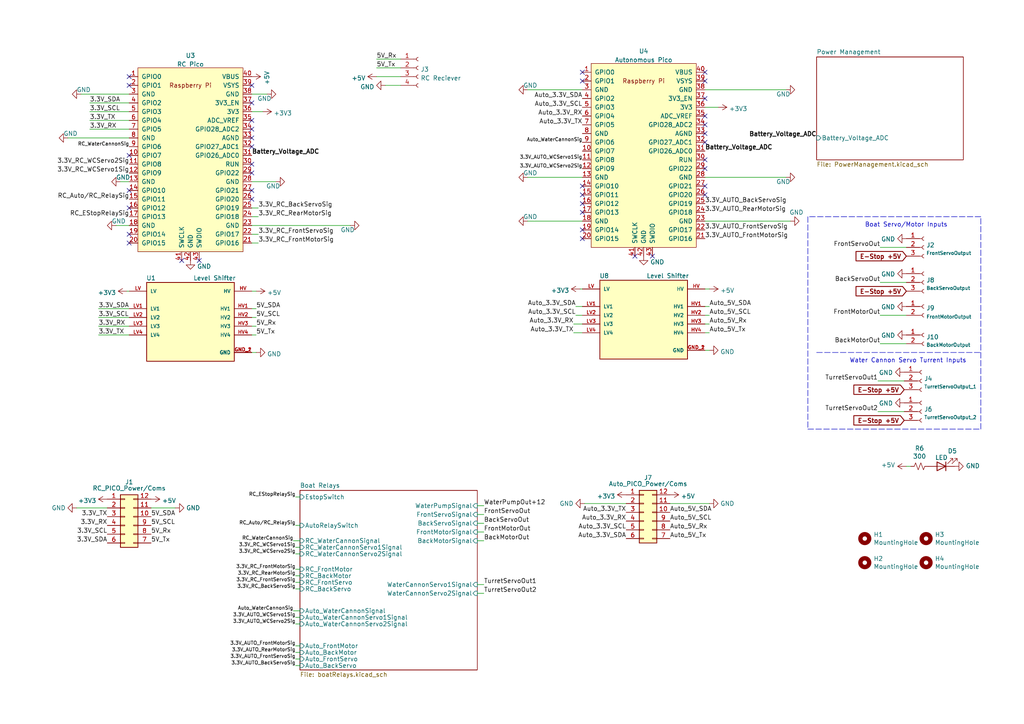
<source format=kicad_sch>
(kicad_sch (version 20211123) (generator eeschema)
  (paper "A4")
  (title_block (title "Dylanduino ATmega328P Linear Actuator Controller") (date "2022-05-30"))
  (lib_symbols
    (symbol "BOB-12009:BOB-12009" (pin_names (offset 1.016))
      (property "Reference" "U" (at -12.7 11.43 0))
      (property "Value" "BOB-12009" (at -12.7 -15.24 0))
      (symbol "BOB-12009_0_0"
        (rectangle (start -12.7 -12.7) (end 12.7 10.16) (stroke (width 0.254)) (fill (type background)))
        (pin power_in line (at 17.78 -10.16 180) (length 5.08) (name "GND") (number "GND_1"))
        (pin power_in line (at 17.78 -10.16 180) (length 5.08) (name "GND") (number "GND_2"))
        (pin bidirectional line (at 17.78 7.62 180) (length 5.08) (name "HV") (number "HV"))
        (pin bidirectional line (at 17.78 2.54 180) (length 5.08) (name "HV1") (number "HV1"))
        (pin bidirectional line (at 17.78 0 180) (length 5.08) (name "HV2") (number "HV2"))
        (pin bidirectional line (at 17.78 -2.54 180) (length 5.08) (name "HV3") (number "HV3"))
        (pin bidirectional line (at 17.78 -5.08 180) (length 5.08) (name "HV4") (number "HV4"))
        (pin bidirectional line (at -17.78 7.62 0) (length 5.08) (name "LV") (number "LV"))
        (pin bidirectional line (at -17.78 2.54 0) (length 5.08) (name "LV1") (number "LV1"))
        (pin bidirectional line (at -17.78 0 0) (length 5.08) (name "LV2") (number "LV2"))
        (pin bidirectional line (at -17.78 -2.54 0) (length 5.08) (name "LV3") (number "LV3"))
        (pin bidirectional line (at -17.78 -5.08 0) (length 5.08) (name "LV4") (number "LV4"))
      )
    )
    (symbol "Connector:Conn_01x02_Female" (pin_names (offset 1.016) hide)
      (property "Reference" "J" (at 0 2.54 0))
      (property "Value" "Conn_01x02_Female" (at 0 -5.08 0))
      (symbol "Conn_01x02_Female_1_1"
        (arc (start 0 -2.032) (mid -0.508 -2.54) (end 0 -3.048) (stroke (width 0.1524)))
        (polyline (pts (xy -1.27 -2.54) (xy -0.508 -2.54)) (stroke (width 0.1524)))
        (polyline (pts (xy -1.27 0) (xy -0.508 0)) (stroke (width 0.1524)))
        (arc (start 0 0.508) (mid -0.508 0) (end 0 -0.508) (stroke (width 0.1524)))
        (pin passive line (at -5.08 0 0) (length 3.81) (name "Pin_1") (number "1"))
        (pin passive line (at -5.08 -2.54 0) (length 3.81) (name "Pin_2") (number "2"))
      )
    )
    (symbol "Connector:Conn_01x03_Female" (pin_names (offset 1.016) hide)
      (property "Reference" "J" (at 0 5.08 0))
      (property "Value" "Conn_01x03_Female" (at 0 -5.08 0))
      (symbol "Conn_01x03_Female_1_1"
        (arc (start 0 -2.032) (mid -0.508 -2.54) (end 0 -3.048) (stroke (width 0.1524)))
        (polyline (pts (xy -1.27 -2.54) (xy -0.508 -2.54)) (stroke (width 0.1524)))
        (polyline (pts (xy -1.27 0) (xy -0.508 0)) (stroke (width 0.1524)))
        (polyline (pts (xy -1.27 2.54) (xy -0.508 2.54)) (stroke (width 0.1524)))
        (arc (start 0 0.508) (mid -0.508 0) (end 0 -0.508) (stroke (width 0.1524)))
        (arc (start 0 3.048) (mid -0.508 2.54) (end 0 2.032) (stroke (width 0.1524)))
        (pin passive line (at -5.08 2.54 0) (length 3.81) (name "Pin_1") (number "1"))
        (pin passive line (at -5.08 0 0) (length 3.81) (name "Pin_2") (number "2"))
        (pin passive line (at -5.08 -2.54 0) (length 3.81) (name "Pin_3") (number "3"))
      )
    )
    (symbol "Connector:Conn_01x04_Female" (pin_names (offset 1.016) hide)
      (property "Reference" "J" (at 0 5.08 0))
      (property "Value" "Conn_01x04_Female" (at 0 -7.62 0))
      (symbol "Conn_01x04_Female_1_1"
        (arc (start 0 -4.572) (mid -0.508 -5.08) (end 0 -5.588) (stroke (width 0.1524)))
        (arc (start 0 -2.032) (mid -0.508 -2.54) (end 0 -3.048) (stroke (width 0.1524)))
        (polyline (pts (xy -1.27 -5.08) (xy -0.508 -5.08)) (stroke (width 0.1524)))
        (polyline (pts (xy -1.27 -2.54) (xy -0.508 -2.54)) (stroke (width 0.1524)))
        (polyline (pts (xy -1.27 0) (xy -0.508 0)) (stroke (width 0.1524)))
        (polyline (pts (xy -1.27 2.54) (xy -0.508 2.54)) (stroke (width 0.1524)))
        (arc (start 0 0.508) (mid -0.508 0) (end 0 -0.508) (stroke (width 0.1524)))
        (arc (start 0 3.048) (mid -0.508 2.54) (end 0 2.032) (stroke (width 0.1524)))
        (pin passive line (at -5.08 2.54 0) (length 3.81) (name "Pin_1") (number "1"))
        (pin passive line (at -5.08 0 0) (length 3.81) (name "Pin_2") (number "2"))
        (pin passive line (at -5.08 -2.54 0) (length 3.81) (name "Pin_3") (number "3"))
        (pin passive line (at -5.08 -5.08 0) (length 3.81) (name "Pin_4") (number "4"))
      )
    )
    (symbol "Connector_Generic:Conn_02x06_Counter_Clockwise" (pin_names (offset 1.016) hide)
      (property "Reference" "J" (at 1.27 7.62 0))
      (property "Value" "Conn_02x06_Counter_Clockwise" (at 1.27 -10.16 0))
      (symbol "Conn_02x06_Counter_Clockwise_1_1"
        (rectangle (start -1.27 -7.493) (end 0 -7.747) (stroke (width 0.1524)))
        (rectangle (start -1.27 -4.953) (end 0 -5.207) (stroke (width 0.1524)))
        (rectangle (start -1.27 -2.413) (end 0 -2.667) (stroke (width 0.1524)))
        (rectangle (start -1.27 0.127) (end 0 -0.127) (stroke (width 0.1524)))
        (rectangle (start -1.27 2.667) (end 0 2.413) (stroke (width 0.1524)))
        (rectangle (start -1.27 5.207) (end 0 4.953) (stroke (width 0.1524)))
        (rectangle (start -1.27 6.35) (end 3.81 -8.89) (stroke (width 0.254)) (fill (type background)))
        (rectangle (start 3.81 -7.493) (end 2.54 -7.747) (stroke (width 0.1524)))
        (rectangle (start 3.81 -4.953) (end 2.54 -5.207) (stroke (width 0.1524)))
        (rectangle (start 3.81 -2.413) (end 2.54 -2.667) (stroke (width 0.1524)))
        (rectangle (start 3.81 0.127) (end 2.54 -0.127) (stroke (width 0.1524)))
        (rectangle (start 3.81 2.667) (end 2.54 2.413) (stroke (width 0.1524)))
        (rectangle (start 3.81 5.207) (end 2.54 4.953) (stroke (width 0.1524)))
        (pin passive line (at -5.08 5.08 0) (length 3.81) (name "Pin_1") (number "1"))
        (pin passive line (at 7.62 0 180) (length 3.81) (name "Pin_10") (number "10"))
        (pin passive line (at 7.62 2.54 180) (length 3.81) (name "Pin_11") (number "11"))
        (pin passive line (at 7.62 5.08 180) (length 3.81) (name "Pin_12") (number "12"))
        (pin passive line (at -5.08 2.54 0) (length 3.81) (name "Pin_2") (number "2"))
        (pin passive line (at -5.08 0 0) (length 3.81) (name "Pin_3") (number "3"))
        (pin passive line (at -5.08 -2.54 0) (length 3.81) (name "Pin_4") (number "4"))
        (pin passive line (at -5.08 -5.08 0) (length 3.81) (name "Pin_5") (number "5"))
        (pin passive line (at -5.08 -7.62 0) (length 3.81) (name "Pin_6") (number "6"))
        (pin passive line (at 7.62 -7.62 180) (length 3.81) (name "Pin_7") (number "7"))
        (pin passive line (at 7.62 -5.08 180) (length 3.81) (name "Pin_8") (number "8"))
        (pin passive line (at 7.62 -2.54 180) (length 3.81) (name "Pin_9") (number "9"))
      )
    )
    (symbol "Device:LED" (pin_numbers hide) (pin_names (offset 1.016) hide)
      (property "Reference" "D" (at 0 2.54 0))
      (property "Value" "LED" (at 0 -2.54 0))
      (symbol "LED_0_1"
        (polyline (pts (xy -1.27 -1.27) (xy -1.27 1.27)) (stroke (width 0.254)))
        (polyline (pts (xy -1.27 0) (xy 1.27 0)))
        (polyline (pts (xy 1.27 -1.27) (xy 1.27 1.27) (xy -1.27 0) (xy 1.27 -1.27)) (stroke (width 0.254)))
        (polyline (pts (xy -3.048 -0.762) (xy -4.572 -2.286) (xy -3.81 -2.286) (xy -4.572 -2.286) (xy -4.572 -1.524)))
        (polyline (pts (xy -1.778 -0.762) (xy -3.302 -2.286) (xy -2.54 -2.286) (xy -3.302 -2.286) (xy -3.302 -1.524)))
      )
      (symbol "LED_1_1"
        (pin passive line (at -3.81 0 0) (length 2.54) (name "K") (number "1"))
        (pin passive line (at 3.81 0 180) (length 2.54) (name "A") (number "2"))
      )
    )
    (symbol "Device:R_Small_US" (pin_numbers hide) (pin_names (offset 0.254) hide)
      (property "Reference" "R" (at 0.762 0.508 0))
      (property "Value" "R_Small_US" (at 0.762 -1.016 0))
      (symbol "R_Small_US_1_1"
        (polyline (pts (xy 0 0) (xy 1.016 -0.381) (xy 0 -0.762) (xy -1.016 -1.143) (xy 0 -1.524)))
        (polyline (pts (xy 0 1.524) (xy 1.016 1.143) (xy 0 0.762) (xy -1.016 0.381) (xy 0 0)))
        (pin passive line (at 0 2.54 270) (length 1.016) (name "~") (number "1"))
        (pin passive line (at 0 -2.54 90) (length 1.016) (name "~") (number "2"))
      )
    )
    (symbol "MCU_RaspberryPi_and_Boards:Pico" (pin_names (offset 1.016))
      (property "Reference" "U" (at -13.97 27.94 0))
      (property "Value" "Pico" (at 0 19.05 0))
      (symbol "Pico_0_0"
        (text "Raspberry Pi" (at 0 21.59 0) (effects (font (size 1.27 1.27))))
      )
      (symbol "Pico_0_1"
        (rectangle (start -15.24 26.67) (end 15.24 -26.67) (fill (type background)))
      )
      (symbol "Pico_1_1"
        (pin bidirectional line (at -17.78 24.13 0) (length 2.54) (name "GPIO0") (number "1"))
        (pin bidirectional line (at -17.78 1.27 0) (length 2.54) (name "GPIO7") (number "10"))
        (pin bidirectional line (at -17.78 -1.27 0) (length 2.54) (name "GPIO8") (number "11"))
        (pin bidirectional line (at -17.78 -3.81 0) (length 2.54) (name "GPIO9") (number "12"))
        (pin power_in line (at -17.78 -6.35 0) (length 2.54) (name "GND") (number "13"))
        (pin bidirectional line (at -17.78 -8.89 0) (length 2.54) (name "GPIO10") (number "14"))
        (pin bidirectional line (at -17.78 -11.43 0) (length 2.54) (name "GPIO11") (number "15"))
        (pin bidirectional line (at -17.78 -13.97 0) (length 2.54) (name "GPIO12") (number "16"))
        (pin bidirectional line (at -17.78 -16.51 0) (length 2.54) (name "GPIO13") (number "17"))
        (pin power_in line (at -17.78 -19.05 0) (length 2.54) (name "GND") (number "18"))
        (pin bidirectional line (at -17.78 -21.59 0) (length 2.54) (name "GPIO14") (number "19"))
        (pin bidirectional line (at -17.78 21.59 0) (length 2.54) (name "GPIO1") (number "2"))
        (pin bidirectional line (at -17.78 -24.13 0) (length 2.54) (name "GPIO15") (number "20"))
        (pin bidirectional line (at 17.78 -24.13 180) (length 2.54) (name "GPIO16") (number "21"))
        (pin bidirectional line (at 17.78 -21.59 180) (length 2.54) (name "GPIO17") (number "22"))
        (pin power_in line (at 17.78 -19.05 180) (length 2.54) (name "GND") (number "23"))
        (pin bidirectional line (at 17.78 -16.51 180) (length 2.54) (name "GPIO18") (number "24"))
        (pin bidirectional line (at 17.78 -13.97 180) (length 2.54) (name "GPIO19") (number "25"))
        (pin bidirectional line (at 17.78 -11.43 180) (length 2.54) (name "GPIO20") (number "26"))
        (pin bidirectional line (at 17.78 -8.89 180) (length 2.54) (name "GPIO21") (number "27"))
        (pin power_in line (at 17.78 -6.35 180) (length 2.54) (name "GND") (number "28"))
        (pin bidirectional line (at 17.78 -3.81 180) (length 2.54) (name "GPIO22") (number "29"))
        (pin power_in line (at -17.78 19.05 0) (length 2.54) (name "GND") (number "3"))
        (pin input line (at 17.78 -1.27 180) (length 2.54) (name "RUN") (number "30"))
        (pin bidirectional line (at 17.78 1.27 180) (length 2.54) (name "GPIO26_ADC0") (number "31"))
        (pin bidirectional line (at 17.78 3.81 180) (length 2.54) (name "GPIO27_ADC1") (number "32"))
        (pin power_in line (at 17.78 6.35 180) (length 2.54) (name "AGND") (number "33"))
        (pin bidirectional line (at 17.78 8.89 180) (length 2.54) (name "GPIO28_ADC2") (number "34"))
        (pin unspecified line (at 17.78 11.43 180) (length 2.54) (name "ADC_VREF") (number "35"))
        (pin unspecified line (at 17.78 13.97 180) (length 2.54) (name "3V3") (number "36"))
        (pin input line (at 17.78 16.51 180) (length 2.54) (name "3V3_EN") (number "37"))
        (pin bidirectional line (at 17.78 19.05 180) (length 2.54) (name "GND") (number "38"))
        (pin unspecified line (at 17.78 21.59 180) (length 2.54) (name "VSYS") (number "39"))
        (pin bidirectional line (at -17.78 16.51 0) (length 2.54) (name "GPIO2") (number "4"))
        (pin unspecified line (at 17.78 24.13 180) (length 2.54) (name "VBUS") (number "40"))
        (pin input line (at -2.54 -29.21 90) (length 2.54) (name "SWCLK") (number "41"))
        (pin power_in line (at 0 -29.21 90) (length 2.54) (name "GND") (number "42"))
        (pin bidirectional line (at 2.54 -29.21 90) (length 2.54) (name "SWDIO") (number "43"))
        (pin bidirectional line (at -17.78 13.97 0) (length 2.54) (name "GPIO3") (number "5"))
        (pin bidirectional line (at -17.78 11.43 0) (length 2.54) (name "GPIO4") (number "6"))
        (pin bidirectional line (at -17.78 8.89 0) (length 2.54) (name "GPIO5") (number "7"))
        (pin power_in line (at -17.78 6.35 0) (length 2.54) (name "GND") (number "8"))
        (pin bidirectional line (at -17.78 3.81 0) (length 2.54) (name "GPIO6") (number "9"))
      )
    )
    (symbol "Mechanical:MountingHole" (pin_names (offset 1.016))
      (property "Reference" "H" (at 0 5.08 0))
      (property "Value" "MountingHole" (at 0 3.175 0))
      (symbol "MountingHole_0_1"
        (circle (center 0 0) (radius 1.27) (stroke (width 1.27)))
      )
    )
    (symbol "power:+3.3V" (power) (pin_names (offset 0))
      (property "Value" "+3.3V" (at 0 3.556 0))
      (symbol "+3.3V_0_1"
        (polyline (pts (xy -0.762 1.27) (xy 0 2.54)))
        (polyline (pts (xy 0 0) (xy 0 2.54)))
        (polyline (pts (xy 0 2.54) (xy 0.762 1.27)))
      )
      (symbol "+3.3V_1_1"
        (pin power_in line (at 0 0 90) (length 0) hide (name "+3V3") (number "1"))
      )
    )
    (symbol "power:+5V" (power) (pin_names (offset 0))
      (property "Value" "+5V" (at 0 3.556 0))
      (symbol "+5V_0_1"
        (polyline (pts (xy -0.762 1.27) (xy 0 2.54)))
        (polyline (pts (xy 0 0) (xy 0 2.54)))
        (polyline (pts (xy 0 2.54) (xy 0.762 1.27)))
      )
      (symbol "+5V_1_1"
        (pin power_in line (at 0 0 90) (length 0) hide (name "+5V") (number "1"))
      )
    )
    (symbol "power:GND" (power) (pin_names (offset 0))
      (property "Value" "GND" (at 0 -3.81 0))
      (symbol "GND_0_1"
        (polyline (pts (xy 0 0) (xy 0 -1.27) (xy 1.27 -1.27) (xy 0 -2.54) (xy -1.27 -1.27) (xy 0 -1.27)))
      )
      (symbol "GND_1_1"
        (pin power_in line (at 0 0 270) (length 0) hide (name "GND") (number "1"))
      )
    )
  )
  (no_connect (at 168.91 53.975))
  (no_connect (at 168.91 56.515))
  (no_connect (at 168.91 59.055))
  (no_connect (at 168.91 61.595))
  (no_connect (at 168.91 66.675))
  (no_connect (at 184.15 74.295))
  (no_connect (at 189.23 74.295))
  (no_connect (at 204.47 28.575))
  (no_connect (at 204.47 33.655))
  (no_connect (at 204.47 36.195))
  (no_connect (at 168.91 20.955))
  (no_connect (at 168.91 23.495))
  (no_connect (at 204.47 20.955))
  (no_connect (at 168.91 69.215))
  (no_connect (at 204.47 23.495))
  (no_connect (at 204.47 46.355))
  (no_connect (at 204.47 48.895))
  (no_connect (at 204.47 53.975))
  (no_connect (at 204.47 56.515))
  (no_connect (at 204.47 38.735))
  (no_connect (at 204.47 41.275))
  (no_connect (at 37.465 67.945))
  (no_connect (at 37.465 70.485))
  (no_connect (at 52.705 75.565))
  (no_connect (at 57.785 75.565))
  (no_connect (at 37.465 45.085))
  (no_connect (at 37.465 22.225))
  (no_connect (at 37.465 24.765))
  (no_connect (at 37.465 55.245))
  (no_connect (at 37.465 60.325))
  (no_connect (at 73.025 55.245))
  (no_connect (at 73.025 57.785))
  (no_connect (at 73.025 50.165))
  (no_connect (at 73.025 47.625))
  (no_connect (at 73.025 29.845))
  (no_connect (at 73.025 24.765))
  (no_connect (at 73.025 34.925))
  (no_connect (at 73.025 40.005))
  (no_connect (at 73.025 37.465))
  (no_connect (at 73.025 42.545))
  (wire (pts (xy 28.575 94.615) (xy 37.465 94.615)))
  (wire (pts (xy 73.025 52.705) (xy 80.01 52.705)))
  (wire (pts (xy 204.47 64.135) (xy 229.235 64.135)))
  (wire (pts (xy 33.655 65.405) (xy 37.465 65.405)))
  (polyline (pts (xy 284.48 62.865) (xy 234.315 62.865)))
  (wire (pts (xy 85.09 177.165) (xy 86.995 177.165)))
  (wire (pts (xy 85.725 179.07) (xy 86.995 179.07)))
  (wire (pts (xy 153.035 26.035) (xy 168.91 26.035)))
  (wire (pts (xy 19.685 40.005) (xy 37.465 40.005)))
  (wire (pts (xy 204.47 31.115) (xy 208.28 31.115)))
  (wire (pts (xy 23.495 27.305) (xy 37.465 27.305)))
  (wire (pts (xy 73.025 67.945) (xy 74.93 67.945)))
  (wire (pts (xy 166.37 96.52) (xy 168.91 96.52)))
  (wire (pts (xy 262.89 135.255) (xy 264.16 135.255)))
  (wire (pts (xy 28.575 92.075) (xy 37.465 92.075)))
  (polyline (pts (xy 234.315 124.46) (xy 284.48 124.46)))
  (wire (pts (xy 73.025 70.485) (xy 74.93 70.485)))
  (wire (pts (xy 85.725 160.655) (xy 86.995 160.655)))
  (wire (pts (xy 85.725 187.325) (xy 86.995 187.325)))
  (wire (pts (xy 138.43 151.765) (xy 140.335 151.765)))
  (wire (pts (xy 138.43 146.685) (xy 140.335 146.685)))
  (wire (pts (xy 85.725 170.815) (xy 86.995 170.815)))
  (wire (pts (xy 73.025 89.535) (xy 74.295 89.535)))
  (wire (pts (xy 109.22 17.145) (xy 116.205 17.145)))
  (wire (pts (xy 205.74 146.05) (xy 194.31 146.05)))
  (wire (pts (xy 36.83 84.455) (xy 37.465 84.455)))
  (wire (pts (xy 26.035 29.845) (xy 37.465 29.845)))
  (wire (pts (xy 138.43 149.225) (xy 140.335 149.225)))
  (wire (pts (xy 73.025 27.305) (xy 77.47 27.305)))
  (wire (pts (xy 73.025 60.325) (xy 74.93 60.325)))
  (wire (pts (xy 85.725 180.975) (xy 86.995 180.975)))
  (wire (pts (xy 204.47 101.6) (xy 205.74 101.6)))
  (wire (pts (xy 85.725 158.75) (xy 86.995 158.75)))
  (wire (pts (xy 204.47 96.52) (xy 205.74 96.52)))
  (wire (pts (xy 22.225 147.32) (xy 31.115 147.32)))
  (wire (pts (xy 153.035 64.135) (xy 168.91 64.135)))
  (wire (pts (xy 138.43 156.845) (xy 140.335 156.845)))
  (polyline (pts (xy 236.855 102.235) (xy 284.48 102.235)))
  (wire (pts (xy 255.27 91.44) (xy 262.89 91.44)))
  (wire (pts (xy 109.22 19.685) (xy 116.205 19.685)))
  (wire (pts (xy 109.22 22.225) (xy 116.205 22.225)))
  (wire (pts (xy 255.27 99.695) (xy 262.89 99.695)))
  (wire (pts (xy 85.725 189.23) (xy 86.995 189.23)))
  (wire (pts (xy 204.47 51.435) (xy 227.965 51.435)))
  (wire (pts (xy 255.27 81.915) (xy 262.89 81.915)))
  (wire (pts (xy 85.09 156.845) (xy 86.995 156.845)))
  (wire (pts (xy 138.43 169.545) (xy 140.335 169.545)))
  (wire (pts (xy 111.76 24.765) (xy 116.205 24.765)))
  (wire (pts (xy 26.035 32.385) (xy 37.465 32.385)))
  (wire (pts (xy 73.025 94.615) (xy 74.295 94.615)))
  (wire (pts (xy 34.925 52.705) (xy 37.465 52.705)))
  (wire (pts (xy 254.635 110.49) (xy 262.255 110.49)))
  (wire (pts (xy 204.47 83.82) (xy 205.74 83.82)))
  (wire (pts (xy 50.8 147.32) (xy 43.815 147.32)))
  (wire (pts (xy 85.725 144.145) (xy 86.995 144.145)))
  (wire (pts (xy 26.035 34.925) (xy 37.465 34.925)))
  (wire (pts (xy 153.035 51.435) (xy 168.91 51.435)))
  (wire (pts (xy 85.725 168.91) (xy 86.995 168.91)))
  (wire (pts (xy 28.575 89.535) (xy 37.465 89.535)))
  (wire (pts (xy 85.725 165.1) (xy 86.995 165.1)))
  (wire (pts (xy 138.43 172.085) (xy 140.335 172.085)))
  (wire (pts (xy 255.27 71.755) (xy 262.89 71.755)))
  (polyline (pts (xy 234.315 62.865) (xy 234.315 124.46)))
  (wire (pts (xy 138.43 154.305) (xy 140.335 154.305)))
  (wire (pts (xy 167.005 91.44) (xy 168.91 91.44)))
  (wire (pts (xy 85.725 193.04) (xy 86.995 193.04)))
  (wire (pts (xy 73.025 97.155) (xy 74.295 97.155)))
  (wire (pts (xy 73.025 84.455) (xy 74.295 84.455)))
  (wire (pts (xy 85.725 152.4) (xy 86.995 152.4)))
  (wire (pts (xy 73.025 65.405) (xy 101.6 65.405)))
  (wire (pts (xy 204.47 91.44) (xy 205.74 91.44)))
  (wire (pts (xy 169.545 146.05) (xy 181.61 146.05)))
  (wire (pts (xy 73.025 92.075) (xy 74.295 92.075)))
  (wire (pts (xy 167.005 88.9) (xy 168.91 88.9)))
  (wire (pts (xy 73.025 32.385) (xy 76.2 32.385)))
  (wire (pts (xy 28.575 97.155) (xy 37.465 97.155)))
  (wire (pts (xy 204.47 88.9) (xy 205.74 88.9)))
  (wire (pts (xy 254.635 119.38) (xy 262.255 119.38)))
  (wire (pts (xy 204.47 93.98) (xy 205.74 93.98)))
  (wire (pts (xy 166.37 93.98) (xy 168.91 93.98)))
  (wire (pts (xy 26.035 37.465) (xy 37.465 37.465)))
  (wire (pts (xy 168.275 83.82) (xy 168.91 83.82)))
  (wire (pts (xy 85.725 167.005) (xy 86.995 167.005)))
  (wire (pts (xy 85.725 191.135) (xy 86.995 191.135)))
  (wire (pts (xy 73.025 62.865) (xy 74.93 62.865)))
  (polyline (pts (xy 284.48 124.46) (xy 284.48 62.865)))
  (wire (pts (xy 73.025 102.235) (xy 74.295 102.235)))
  (wire (pts (xy 204.47 26.035) (xy 227.965 26.035)))
  (text "Need To add XT 60 for \n	- Xavier\n	- Router\n	" (at 302.895 11.43 0) (effects (font (size 1.27 1.27)) (justify left bottom)))
  (text "Add Voltage Dividor Circuit to read battery Voltage." (at 299.72 73.66 0) (effects (font (size 1.27 1.27)) (justify left bottom)))
  (text "Need to figure out best way to wire up Physical E-Stop Button,\nwhat type of connector to the board?" (at 299.72 31.75 0) (effects (font (size 1.27 1.27)) (justify left bottom)))
  (text "Boat Servo/Motor Inputs" (at 250.825 66.04 0) (effects (font (size 1.27 1.27)) (justify left bottom)))
  (text "What type of connector\nshould the water pump\nplug into the board as?" (at 299.72 59.055 0) (effects (font (size 1.27 1.27)) (justify left bottom)))
  (text "Water Cannon Servo Turrent Inputs" (at 246.38 105.41 0) (effects (font (size 1.27 1.27)) (justify left bottom)))
  (text "Add 5V Reg after E-Stop Switch\nNeed to power Servos from there \nso it will be E-Stopped and not \nalways powered." (at 299.72 86.36 0) (effects (font (size 1.27 1.27)) (justify left bottom)))
  (label "3.3V_TX" (at 26.035 34.925 0))
  (label "TurretServoOut1" (at 254.635 110.49 180))
  (label "Auto_3.3V_SCL" (at 167.005 91.44 180))
  (label "TurretServoOut2" (at 254.635 119.38 180))
  (label "Auto_3.3V_RX" (at 168.91 33.655 180))
  (label "5V_SDA" (at 43.815 149.86 0))
  (label "Auto_3.3V_RX" (at 166.37 93.98 180))
  (label "3.3V_SDA" (at 26.035 29.845 0))
  (label "3.3V_RX" (at 28.575 94.615 0))
  (label "FrontServoOut" (at 255.27 71.755 180))
  (label "3.3V_RX" (at 26.035 37.465 0))
  (label "3.3V_AUTO_FrontServoSig" (at 85.725 191.135 180) (effects (font (size 1 1))))
  (label "3.3V_RC_FrontMotorSig" (at 85.725 165.1 180) (effects (font (size 1 1))))
  (label "Auto_3.3V_RX" (at 181.61 151.13 180))
  (label "RC_WaterCannonSig" (at 37.465 42.545 180) (effects (font (size 1 1))))
  (label "3.3V_AUTO_RearMotorSig" (at 85.725 189.23 180) (effects (font (size 1 1))))
  (label "3.3V_AUTO_WCServo2Sig" (at 85.725 180.975 180) (effects (font (size 1 1))))
  (label "Auto_3.3V_TX" (at 166.37 96.52 180))
  (label "3.3V_AUTO_RearMotorSig" (at 204.47 61.595 0))
  (label "3.3V_SCL" (at 26.035 32.385 0))
  (label "5V_Tx" (at 43.815 157.48 0))
  (label "Auto_3.3V_SDA" (at 181.61 156.21 180))
  (label "Battery_Voltage_ADC" (at 73.025 45.085 0) (effects (font bold)))
  (label "3.3V_AUTO_WCServo1Sig" (at 85.725 179.07 180) (effects (font (size 1 1))))
  (label "5V_SCL" (at 74.295 92.075 0))
  (label "3.3V_RC_WCServo1Sig" (at 85.725 158.75 180) (effects (font (size 1 1))))
  (label "RC_WaterCannonSig" (at 85.09 156.845 180) (effects (font (size 1 1))))
  (label "Battery_Voltage_ADC" (at 204.47 43.815 0) (effects (font bold)))
  (label "5V_Rx" (at 74.295 94.615 0))
  (label "5V_SDA" (at 74.295 89.535 0))
  (label "Auto_5V_SDA" (at 205.74 88.9 0))
  (label "5V_SCL" (at 43.815 152.4 0))
  (label "Auto_5V_SCL" (at 194.31 151.13 0))
  (label "3.3V_TX" (at 31.115 149.86 180))
  (label "Auto_3.3V_SDA" (at 168.91 28.575 180))
  (label "TurretServoOut2" (at 140.335 172.085 0))
  (label "RC_EStopRelaySig" (at 85.725 144.145 180) (effects (font (size 1 1))))
  (label "RC_Auto{slash}RC_RelaySig" (at 85.725 152.4 180) (effects (font (size 1 1))))
  (label "WaterPumpOut+12" (at 140.335 146.685 0))
  (label "3.3V_AUTO_FrontServoSig" (at 204.47 66.675 0))
  (label "3.3V_TX" (at 28.575 97.155 0))
  (label "3.3V_RC_RearMotorSig" (at 85.725 167.005 180) (effects (font (size 1 1))))
  (label "Auto_5V_Rx" (at 194.31 153.67 0))
  (label "3.3V_SDA" (at 31.115 157.48 180))
  (label "FrontMotorOut" (at 140.335 154.305 0))
  (label "3.3V_RC_WCServo1Sig" (at 37.465 50.165 180))
  (label "3.3V_AUTO_WCServo2Sig" (at 168.91 48.895 180) (effects (font (size 1 1))))
  (label "5V_Tx" (at 74.295 97.155 0))
  (label "Auto_5V_SCL" (at 205.74 91.44 0))
  (label "3.3V_RC_BackServoSig" (at 85.725 170.815 180) (effects (font (size 1 1))))
  (label "Auto_3.3V_TX" (at 168.91 36.195 180))
  (label "3.3V_RC_WCServo2Sig" (at 37.465 47.625 180))
  (label "BackMotorOut" (at 255.27 99.695 180))
  (label "BackServoOut" (at 255.27 81.915 180))
  (label "RC_EStopRelaySig" (at 37.465 62.865 180))
  (label "Auto_5V_Tx" (at 194.31 156.21 0))
  (label "Auto_5V_SDA" (at 194.31 148.59 0))
  (label "Auto_3.3V_SCL" (at 168.91 31.115 180))
  (label "Auto_5V_Tx" (at 205.74 96.52 0))
  (label "3.3V_AUTO_WCServo1Sig" (at 168.91 46.355 180) (effects (font (size 1 1))))
  (label "3.3V_AUTO_FrontMotorSig" (at 85.725 187.325 180) (effects (font (size 1 1))))
  (label "FrontServoOut" (at 140.335 149.225 0))
  (label "BackServoOut" (at 140.335 151.765 0))
  (label "5V_Rx" (at 109.22 17.145 0))
  (label "3.3V_AUTO_BackServoSig" (at 85.725 193.04 180) (effects (font (size 1 1))))
  (label "5V_Rx" (at 43.815 154.94 0))
  (label "3.3V_SCL" (at 28.575 92.075 0))
  (label "5V_Tx" (at 109.22 19.685 0))
  (label "Auto_3.3V_SCL" (at 181.61 153.67 180))
  (label "Auto_3.3V_SDA" (at 167.005 88.9 180))
  (label "3.3V_RC_WCServo2Sig" (at 85.725 160.655 180) (effects (font (size 1 1))))
  (label "BackMotorOut" (at 140.335 156.845 0))
  (label "RC_Auto{slash}RC_RelaySig" (at 37.465 57.785 180))
  (label "3.3V_AUTO_FrontMotorSig" (at 204.47 69.215 0))
  (label "Auto_3.3V_TX" (at 181.61 148.59 180))
  (label "3.3V_SCL" (at 31.115 154.94 180))
  (label "Auto_WaterCannonSig" (at 168.91 41.275 180) (effects (font (size 1 1))))
  (label "3.3V_AUTO_BackServoSig" (at 204.47 59.055 0))
  (label "3.3V_SDA" (at 28.575 89.535 0))
  (label "3.3V_RC_RearMotorSig" (at 74.93 62.865 0))
  (label "3.3V_RC_BackServoSig" (at 74.93 60.325 0))
  (label "3.3V_RC_FrontServoSig" (at 74.93 67.945 0))
  (label "Auto_WaterCannonSig" (at 85.09 177.165 180) (effects (font (size 1 1))))
  (label "FrontMotorOut" (at 255.27 91.44 180))
  (label "TurretServoOut1" (at 140.335 169.545 0))
  (label "Battery_Voltage_ADC" (at 236.855 40.005 180) (effects (font bold)))
  (label "3.3V_RX" (at 31.115 152.4 180))
  (label "3.3V_RC_FrontServoSig" (at 85.725 168.91 180) (effects (font (size 1 1))))
  (label "3.3V_RC_FrontMotorSig" (at 74.93 70.485 0))
  (label "Auto_5V_Rx" (at 205.74 93.98 0))
  (global_label "E-Stop +5V" (shape input) (at 262.255 113.03 180) (effects (font bold)) (property "Intersheet References" "${INTERSHEET_REFS}" (effects hide)))
  (global_label "E-Stop +5V" (shape input) (at 262.255 121.92 180) (effects (font bold)) (property "Intersheet References" "${INTERSHEET_REFS}" (effects hide)))
  (global_label "E-Stop +5V" (shape input) (at 262.89 74.295 180) (effects (font bold)) (property "Intersheet References" "${INTERSHEET_REFS}" (effects hide)))
  (global_label "E-Stop +5V" (shape input) (at 262.89 84.455 180) (effects (font bold)) (property "Intersheet References" "${INTERSHEET_REFS}" (effects hide)))
  (symbol (lib_id "power:GND") (at 276.86 135.255 90) (unit 1)
    (property "Reference" "#PWR0122" (effects hide))
    (property "Value" "GND" (at 280.1112 135.128 90) (effects (justify right)))
  )
  (symbol (lib_id "Device:R_Small_US") (at 266.7 135.255 270) (unit 1)
    (property "Reference" "R6" (at 266.7 130.048 90))
    (property "Value" "300" (at 266.7 132.3594 90))
    (property "Footprint" "Resistor_SMD:R_0805_2012Metric_Pad1.20x1.40mm_HandSolder" (effects hide))
  )
  (symbol (lib_id "Device:LED") (at 273.05 135.255 180) (unit 1)
    (property "Reference" "D5" (at 276.225 130.81 0))
    (property "Value" "LED" (at 273.05 132.715 0))
    (property "Footprint" "LED_SMD:LED_0402_1005Metric_Pad0.77x0.64mm_HandSolder" (effects hide))
  )
  (symbol (lib_id "power:+5V") (at 262.89 135.255 90) (unit 1)
    (property "Reference" "#PWR0123" (effects hide))
    (property "Value" "+5V" (at 259.6388 134.874 90) (effects (justify left)))
  )
  (symbol (lib_id "Mechanical:MountingHole") (at 250.825 156.21 0) (unit 1)
    (property "Reference" "H1" (at 253.365 155.0416 0) (effects (justify left)))
    (property "Value" "MountingHole" (at 253.365 157.353 0) (effects (justify left)))
    (property "Footprint" "MountingHole:MountingHole_5.3mm_M5" (effects hide))
  )
  (symbol (lib_id "Mechanical:MountingHole") (at 250.825 163.195 0) (unit 1)
    (property "Reference" "H2" (at 253.365 162.0266 0) (effects (justify left)))
    (property "Value" "MountingHole" (at 253.365 164.338 0) (effects (justify left)))
    (property "Footprint" "MountingHole:MountingHole_5.3mm_M5" (effects hide))
  )
  (symbol (lib_id "Mechanical:MountingHole") (at 268.605 163.195 0) (unit 1)
    (property "Reference" "H4" (at 271.145 162.0266 0) (effects (justify left)))
    (property "Value" "MountingHole" (at 271.145 164.338 0) (effects (justify left)))
    (property "Footprint" "MountingHole:MountingHole_5.3mm_M5" (effects hide))
  )
  (symbol (lib_id "Mechanical:MountingHole") (at 268.605 156.21 0) (unit 1)
    (property "Reference" "H3" (at 271.145 155.0416 0) (effects (justify left)))
    (property "Value" "MountingHole" (at 271.145 157.353 0) (effects (justify left)))
    (property "Footprint" "MountingHole:MountingHole_5.3mm_M5" (effects hide))
  )
  (symbol (lib_id "Connector:Conn_01x02_Female") (at 267.97 88.9 0) (unit 1)
    (property "Reference" "J9" (at 268.6812 89.3353 0) (effects (justify left)))
    (property "Value" "FrontMotorOutput" (at 268.6812 91.8722 0) (effects (font (size 1 1)) (justify left)))
    (property "Footprint" "Connector_PinSocket_2.54mm:PinSocket_1x02_P2.54mm_Vertical" (effects hide))
  )
  (symbol (lib_id "Connector_Generic:Conn_02x06_Counter_Clockwise") (at 36.195 149.86 0) (unit 1)
    (property "Reference" "J1" (at 37.465 139.8102 0))
    (property "Value" "RC_PICO_Power/Coms" (at 37.465 141.605 0))
    (property "Footprint" "Connector_PinSocket_2.54mm:PinSocket_2x06_P2.54mm_Vertical" (effects hide))
  )
  (symbol (lib_id "power:GND") (at 229.235 64.135 90) (unit 1)
    (property "Reference" "#PWR0133" (effects hide))
    (property "Value" "GND" (at 233.045 61.595 90) (effects (justify left)))
  )
  (symbol (lib_id "power:GND") (at 262.89 69.215 270) (unit 1)
    (property "Reference" "#PWR0113" (effects hide))
    (property "Value" "GND" (at 259.6388 69.342 90) (effects (justify right)))
  )
  (symbol (lib_id "power:+3.3V") (at 76.2 32.385 270) (unit 1)
    (property "Reference" "#PWR0117" (effects hide))
    (property "Value" "+3.3V" (at 79.375 32.8188 90) (effects (justify left)))
  )
  (symbol (lib_id "power:+5V") (at 194.31 143.51 270) (unit 1)
    (property "Reference" "#PWR0110" (effects hide))
    (property "Value" "+5V" (at 197.485 143.9438 90) (effects (justify left)))
  )
  (symbol (lib_id "power:GND") (at 186.69 74.295 0) (unit 1)
    (property "Reference" "#PWR0128" (effects hide))
    (property "Value" "GND" (at 188.595 75.9988 0) (effects (justify left)))
  )
  (symbol (lib_id "power:GND") (at 111.76 24.765 270) (unit 1)
    (property "Reference" "#PWR0119" (effects hide))
    (property "Value" "GND" (at 108.5851 25.1988 90) (effects (justify right)))
  )
  (symbol (lib_id "power:GND") (at 169.545 146.05 270) (unit 1)
    (property "Reference" "#PWR0180" (effects hide))
    (property "Value" "GND" (at 166.37 146.05 90) (effects (justify right)))
  )
  (symbol (lib_id "power:GND") (at 74.295 102.235 90) (unit 1)
    (property "Reference" "#PWR0101" (effects hide))
    (property "Value" "GND" (at 77.47 102.6688 90) (effects (justify right)))
  )
  (symbol (lib_id "power:GND") (at 227.965 26.035 90) (unit 1)
    (property "Reference" "#PWR0179" (effects hide))
    (property "Value" "GND" (at 229.235 27.305 90) (effects (justify left)))
  )
  (symbol (lib_id "Connector:Conn_01x03_Female") (at 267.335 110.49 0) (unit 1)
    (property "Reference" "J4" (at 268.0462 109.8296 0) (effects (justify left)))
    (property "Value" "TurretServoOutput_1" (at 268.0462 112.141 0) (effects (font (size 1 1)) (justify left)))
    (property "Footprint" "Connector_PinHeader_2.54mm:PinHeader_1x03_P2.54mm_Vertical" (effects hide))
  )
  (symbol (lib_id "power:+3.3V") (at 36.83 84.455 90) (unit 1)
    (property "Reference" "#PWR0102" (effects hide))
    (property "Value" "+3.3V" (at 33.655 84.8888 90) (effects (justify left)))
  )
  (symbol (lib_id "power:+5V") (at 73.025 22.225 270) (unit 1)
    (property "Reference" "#PWR0118" (effects hide))
    (property "Value" "+5V" (at 77.4192 22.606 0))
  )
  (symbol (lib_id "power:GND") (at 34.925 52.705 270) (unit 1)
    (property "Reference" "#PWR0194" (effects hide))
    (property "Value" "GND" (at 33.655 51.435 90) (effects (justify left)))
  )
  (symbol (lib_id "power:GND") (at 80.01 52.705 90) (unit 1)
    (property "Reference" "#PWR0191" (effects hide))
    (property "Value" "GND" (at 81.28 53.975 90) (effects (justify left)))
  )
  (symbol (lib_id "Connector:Conn_01x02_Female") (at 267.97 97.155 0) (unit 1)
    (property "Reference" "J10" (at 268.6812 97.7407 0) (effects (justify left)))
    (property "Value" "BackMotorOutput" (at 268.6812 100.035 0) (effects (font (size 1 1)) (justify left)))
    (property "Footprint" "Connector_PinSocket_2.54mm:PinSocket_1x02_P2.54mm_Vertical" (effects hide))
  )
  (symbol (lib_id "power:+3.3V") (at 181.61 143.51 90) (unit 1)
    (property "Reference" "#PWR0127" (effects hide))
    (property "Value" "+3.3V" (at 178.435 143.9438 90) (effects (justify left)))
  )
  (symbol (lib_id "MCU_RaspberryPi_and_Boards:Pico") (at 186.69 45.085 0) (unit 1)
    (property "Reference" "U4" (at 186.69 14.8422 0))
    (property "Value" "Autonomous Pico" (at 186.69 17.3791 0))
    (property "Footprint" "dylan:RPi_Pico_SMD_TH" (effects hide))
  )
  (symbol (lib_id "power:+3.3V") (at 208.28 31.115 270) (unit 1)
    (property "Reference" "#PWR0189" (effects hide))
    (property "Value" "+3.3V" (at 211.455 31.5488 90) (effects (justify left)))
  )
  (symbol (lib_id "power:GND") (at 22.225 147.32 270) (unit 1)
    (property "Reference" "#PWR0187" (effects hide))
    (property "Value" "GND" (at 19.05 147.32 90) (effects (justify right)))
  )
  (symbol (lib_id "power:GND") (at 101.6 65.405 90) (unit 1)
    (property "Reference" "#PWR0190" (effects hide))
    (property "Value" "GND" (at 102.87 66.675 90) (effects (justify left)))
  )
  (symbol (lib_id "power:GND") (at 19.685 40.005 270) (unit 1)
    (property "Reference" "#PWR0193" (effects hide))
    (property "Value" "GND" (at 18.415 38.735 90) (effects (justify left)))
  )
  (symbol (lib_id "power:+3.3V") (at 168.275 83.82 90) (unit 1)
    (property "Reference" "#PWR0182" (effects hide))
    (property "Value" "+3.3V" (at 165.1 84.2538 90) (effects (justify left)))
  )
  (symbol (lib_id "power:GND") (at 262.255 116.84 270) (unit 1)
    (property "Reference" "#PWR0108" (effects hide))
    (property "Value" "GND" (at 259.0038 116.967 90) (effects (justify right)))
  )
  (symbol (lib_id "power:GND") (at 262.89 88.9 270) (unit 1)
    (property "Reference" "#PWR0130" (effects hide))
    (property "Value" "GND" (at 259.6388 89.027 90) (effects (justify right)))
  )
  (symbol (lib_id "power:GND") (at 55.245 75.565 0) (unit 1)
    (property "Reference" "#PWR0115" (effects hide))
    (property "Value" "GND" (at 57.15 77.2688 0) (effects (justify left)))
  )
  (symbol (lib_id "power:GND") (at 227.965 51.435 90) (unit 1)
    (property "Reference" "#PWR0178" (effects hide))
    (property "Value" "GND" (at 229.235 52.705 90) (effects (justify left)))
  )
  (symbol (lib_id "power:+5V") (at 43.815 144.78 270) (unit 1)
    (property "Reference" "#PWR0186" (effects hide))
    (property "Value" "+5V" (at 46.99 145.2138 90) (effects (justify left)))
  )
  (symbol (lib_id "power:GND") (at 77.47 27.305 90) (unit 1)
    (property "Reference" "#PWR0192" (effects hide))
    (property "Value" "GND" (at 78.74 28.575 90) (effects (justify left)))
  )
  (symbol (lib_id "power:+5V") (at 205.74 83.82 270) (unit 1)
    (property "Reference" "#PWR0134" (effects hide))
    (property "Value" "+5V" (at 208.915 84.2538 90) (effects (justify left)))
  )
  (symbol (lib_id "power:GND") (at 153.035 64.135 270) (unit 1)
    (property "Reference" "#PWR0181" (effects hide))
    (property "Value" "GND" (at 151.765 62.865 90) (effects (justify left)))
  )
  (symbol (lib_id "power:GND") (at 33.655 65.405 270) (unit 1)
    (property "Reference" "#PWR0195" (effects hide))
    (property "Value" "GND" (at 32.385 64.135 90) (effects (justify left)))
  )
  (symbol (lib_id "power:+5V") (at 109.22 22.225 90) (unit 1)
    (property "Reference" "#PWR0126" (effects hide))
    (property "Value" "+5V" (at 106.0451 22.6588 90) (effects (justify left)))
  )
  (symbol (lib_id "power:GND") (at 262.255 107.95 270) (unit 1)
    (property "Reference" "#PWR0111" (effects hide))
    (property "Value" "GND" (at 259.0038 108.077 90) (effects (justify right)))
  )
  (symbol (lib_id "Connector:Conn_01x03_Female") (at 267.335 119.38 0) (unit 1)
    (property "Reference" "J6" (at 268.0462 118.7196 0) (effects (justify left)))
    (property "Value" "TurretServoOutput_2" (at 268.0462 121.031 0) (effects (font (size 1 1)) (justify left)))
    (property "Footprint" "Connector_PinHeader_2.54mm:PinHeader_1x03_P2.54mm_Vertical" (effects hide))
  )
  (symbol (lib_id "power:GND") (at 23.495 27.305 270) (unit 1)
    (property "Reference" "#PWR0116" (effects hide))
    (property "Value" "GND" (at 22.225 26.035 90) (effects (justify left)))
  )
  (symbol (lib_id "Connector:Conn_01x03_Female") (at 267.97 81.915 0) (unit 1)
    (property "Reference" "J8" (at 268.6812 81.2546 0) (effects (justify left)))
    (property "Value" "BackServoOutput" (at 268.6812 83.566 0) (effects (font (size 1 1)) (justify left)))
    (property "Footprint" "Connector_PinHeader_2.54mm:PinHeader_1x03_P2.54mm_Vertical" (effects hide))
  )
  (symbol (lib_id "Connector:Conn_01x03_Female") (at 267.97 71.755 0) (unit 1)
    (property "Reference" "J2" (at 268.6812 71.0946 0) (effects (justify left)))
    (property "Value" "FrontServoOutput" (at 268.6812 73.406 0) (effects (font (size 1 1)) (justify left)))
    (property "Footprint" "Connector_PinHeader_2.54mm:PinHeader_1x03_P2.54mm_Vertical" (effects hide))
  )
  (symbol (lib_id "power:+5V") (at 74.295 84.455 270) (unit 1)
    (property "Reference" "#PWR0106" (effects hide))
    (property "Value" "+5V" (at 77.47 84.8888 90) (effects (justify left)))
  )
  (symbol (lib_id "BOB-12009:BOB-12009") (at 186.69 91.44 0) (unit 1)
    (property "Reference" "U8" (at 175.26 80.01 0))
    (property "Value" "Level Shifter" (at 193.675 80.01 0))
    (property "Footprint" "dylan:CONV_BOB-12009" (effects hide))
    (property "MF" "SparkFun" (effects hide))
    (property "MAXIMUM_PACKAGE_HEIGHT" "N/A" (effects hide))
    (property "Package" "None" (effects hide))
    (property "Price" "None" (effects hide))
    (property "Check_prices" "https://www.snapeda.com/parts/BOB-12009/SparkFun+Electronics/view-part/?ref=eda" (effects hide))
    (property "STANDARD" "Manufacturer Recommendations" (effects hide))
    (property "PARTREV" "01" (effects hide))
    (property "SnapEDA_Link" "https://www.snapeda.com/parts/BOB-12009/SparkFun+Electronics/view-part/?ref=snap" (effects hide))
    (property "MP" "BOB-12009" (effects hide))
    (property "Purchase-URL" "https://www.snapeda.com/api/url_track_click_mouser/?unipart_id=551764&manufacturer=SparkFun&part_name=BOB-12009&search_term=bob-12009" (effects hide))
    (property "Description" "\nBSS138 Logic-Level Translator Interface Evaluation Board\n" (effects hide))
    (property "Availability" "In Stock" (effects hide))
    (property "MANUFACTURER" "SparkFun Electronics" (effects hide))
  )
  (symbol (lib_id "power:GND") (at 50.8 147.32 90) (unit 1)
    (property "Reference" "#PWR0185" (effects hide))
    (property "Value" "GND" (at 53.975 147.32 90) (effects (justify right)))
  )
  (symbol (lib_id "power:GND") (at 205.74 101.6 90) (unit 1)
    (property "Reference" "#PWR0177" (effects hide))
    (property "Value" "GND" (at 208.915 102.0338 90) (effects (justify right)))
  )
  (symbol (lib_id "Connector_Generic:Conn_02x06_Counter_Clockwise") (at 186.69 148.59 0) (unit 1)
    (property "Reference" "J7" (at 187.96 138.5402 0))
    (property "Value" "Auto_PICO_Power/Coms" (at 187.96 140.335 0))
    (property "Footprint" "Connector_PinSocket_2.54mm:PinSocket_2x06_P2.54mm_Vertical" (effects hide))
  )
  (symbol (lib_id "power:GND") (at 153.035 26.035 270) (unit 1)
    (property "Reference" "#PWR0183" (effects hide))
    (property "Value" "GND" (at 151.765 24.765 90) (effects (justify left)))
  )
  (symbol (lib_id "power:GND") (at 153.035 51.435 270) (unit 1)
    (property "Reference" "#PWR0184" (effects hide))
    (property "Value" "GND" (at 151.765 50.165 90) (effects (justify left)))
  )
  (symbol (lib_id "MCU_RaspberryPi_and_Boards:Pico") (at 55.245 46.355 0) (unit 1)
    (property "Reference" "U3" (at 55.245 16.1122 0))
    (property "Value" "RC Pico" (at 55.245 18.6491 0))
    (property "Footprint" "dylan:RPi_Pico_SMD_TH" (effects hide))
  )
  (symbol (lib_id "power:GND") (at 262.89 97.155 270) (unit 1)
    (property "Reference" "#PWR0107" (effects hide))
    (property "Value" "GND" (at 259.6388 97.282 90) (effects (justify right)))
  )
  (symbol (lib_id "power:+3.3V") (at 31.115 144.78 90) (unit 1)
    (property "Reference" "#PWR0188" (effects hide))
    (property "Value" "+3.3V" (at 27.94 145.2138 90) (effects (justify left)))
  )
  (symbol (lib_id "Connector:Conn_01x04_Female") (at 121.285 19.685 0) (unit 1)
    (property "Reference" "J3" (at 121.9962 20.1203 0) (effects (justify left)))
    (property "Value" "RC Reciever " (at 121.9962 22.6572 0) (effects (justify left)))
    (property "Footprint" "Connector_PinHeader_2.54mm:PinHeader_1x04_P2.54mm_Vertical" (effects hide))
  )
  (symbol (lib_id "BOB-12009:BOB-12009") (at 55.245 92.075 0) (unit 1)
    (property "Reference" "U1" (at 43.815 80.645 0))
    (property "Value" "Level Shifter" (at 62.23 80.645 0))
    (property "Footprint" "dylan:CONV_BOB-12009" (effects hide))
    (property "MF" "SparkFun" (effects hide))
    (property "MAXIMUM_PACKAGE_HEIGHT" "N/A" (effects hide))
    (property "Package" "None" (effects hide))
    (property "Price" "None" (effects hide))
    (property "Check_prices" "https://www.snapeda.com/parts/BOB-12009/SparkFun+Electronics/view-part/?ref=eda" (effects hide))
    (property "STANDARD" "Manufacturer Recommendations" (effects hide))
    (property "PARTREV" "01" (effects hide))
    (property "SnapEDA_Link" "https://www.snapeda.com/parts/BOB-12009/SparkFun+Electronics/view-part/?ref=snap" (effects hide))
    (property "MP" "BOB-12009" (effects hide))
    (property "Purchase-URL" "https://www.snapeda.com/api/url_track_click_mouser/?unipart_id=551764&manufacturer=SparkFun&part_name=BOB-12009&search_term=bob-12009" (effects hide))
    (property "Description" "\nBSS138 Logic-Level Translator Interface Evaluation Board\n" (effects hide))
    (property "Availability" "In Stock" (effects hide))
    (property "MANUFACTURER" "SparkFun Electronics" (effects hide))
  )
  (symbol (lib_id "power:GND") (at 205.74 146.05 90) (unit 1)
    (property "Reference" "#PWR0109" (effects hide))
    (property "Value" "GND" (at 208.915 146.05 90) (effects (justify right)))
  )
  (symbol (lib_id "power:GND") (at 262.89 79.375 270) (unit 1)
    (property "Reference" "#PWR0129" (effects hide))
    (property "Value" "GND" (at 259.6388 79.502 90) (effects (justify right)))
  )
  (sheet (at 86.995 142.24) (size 51.435 52.07) (stroke (width 0.1524))
    (property "Sheet name" "Boat Relays" (at 86.995 141.5284 0) (effects (justify left bottom)))
    (property "Sheet file" "boatRelays.kicad_sch" (at 86.995 194.8946 0) (effects (justify left top)))
    (pin "EstopSwitch" input (at 86.995 144.145 180))
    (pin "RC_FrontMotor" input (at 86.995 165.1 180))
    (pin "Auto_FrontMotor" input (at 86.995 187.325 180))
    (pin "Auto_BackMotor" input (at 86.995 189.23 180))
    (pin "RC_BackMotor" input (at 86.995 167.005 180))
    (pin "AutoRelaySwitch" input (at 86.995 152.4 180))
    (pin "Auto_FrontServo" input (at 86.995 191.135 180))
    (pin "RC_FrontServo" input (at 86.995 168.91 180))
    (pin "Auto_BackServo" input (at 86.995 193.04 180))
    (pin "RC_BackServo" input (at 86.995 170.815 180))
    (pin "BackMotorSignal" input (at 138.43 156.845 0))
    (pin "FrontServoSignal" input (at 138.43 149.225 0))
    (pin "FrontMotorSignal" input (at 138.43 154.305 0))
    (pin "BackServoSignal" input (at 138.43 151.765 0))
    (pin "RC_WaterCannonSignal" input (at 86.995 156.845 180))
    (pin "Auto_WaterCannonSignal" input (at 86.995 177.165 180))
    (pin "RC_WaterCannonServo2Signal" input (at 86.995 160.655 180))
    (pin "Auto_WaterCannonServo2Signal" input (at 86.995 180.975 180))
    (pin "Auto_WaterCannonServo1Signal" input (at 86.995 179.07 180))
    (pin "WaterCannonServo1Signal" input (at 138.43 169.545 0))
    (pin "WaterCannonServo2Signal" input (at 138.43 172.085 0))
    (pin "WaterPumpSignal" input (at 138.43 146.685 0))
    (pin "RC_WaterCannonServo1Signal" input (at 86.995 158.75 180))
  )
  (sheet (at 236.855 16.51) (size 42.545 29.845) (stroke (width 0.1524))
    (property "Sheet name" "Power Management" (at 236.855 15.7984 0) (effects (justify left bottom)))
    (property "Sheet file" "PowerManagement.kicad_sch" (at 236.855 46.9396 0) (effects (justify left top)))
    (pin "Battery_Voltage_ADC" input (at 236.855 40.005 180))
  )
)
</source>
